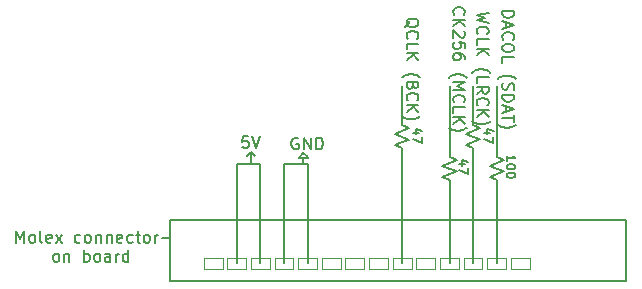
<source format=gbr>
%TF.GenerationSoftware,KiCad,Pcbnew,(6.0.1)*%
%TF.CreationDate,2022-07-04T21:24:21-07:00*%
%TF.ProjectId,mu100-dit-connector-board,6d753130-302d-4646-9974-2d636f6e6e65,rev?*%
%TF.SameCoordinates,Original*%
%TF.FileFunction,Other,Comment*%
%FSLAX46Y46*%
G04 Gerber Fmt 4.6, Leading zero omitted, Abs format (unit mm)*
G04 Created by KiCad (PCBNEW (6.0.1)) date 2022-07-04 21:24:21*
%MOMM*%
%LPD*%
G01*
G04 APERTURE LIST*
%ADD10C,0.150000*%
%ADD11C,0.100000*%
G04 APERTURE END LIST*
D10*
X89740000Y-49490000D02*
X89140000Y-49730000D01*
D11*
X90900000Y-57500000D02*
X92500000Y-57500000D01*
X92500000Y-57500000D02*
X92500000Y-58497500D01*
X92500000Y-58497500D02*
X90900000Y-58497500D01*
X90900000Y-58497500D02*
X90900000Y-57500000D01*
X72900000Y-57497500D02*
X74500000Y-57497500D01*
X74500000Y-57497500D02*
X74500000Y-58495000D01*
X74500000Y-58495000D02*
X72900000Y-58495000D01*
X72900000Y-58495000D02*
X72900000Y-57497500D01*
D10*
X89740000Y-50450000D02*
X89140000Y-50690000D01*
X87130000Y-47020000D02*
X87730000Y-47260000D01*
X81700000Y-57970000D02*
X81700000Y-51460000D01*
D11*
X78900000Y-57497500D02*
X80500000Y-57497500D01*
X80500000Y-57497500D02*
X80500000Y-58495000D01*
X80500000Y-58495000D02*
X78900000Y-58495000D01*
X78900000Y-58495000D02*
X78900000Y-57497500D01*
D10*
X81700000Y-47750000D02*
X81100000Y-47990000D01*
D11*
X74900000Y-57502500D02*
X76500000Y-57502500D01*
X76500000Y-57502500D02*
X76500000Y-58500000D01*
X76500000Y-58500000D02*
X74900000Y-58500000D01*
X74900000Y-58500000D02*
X74900000Y-57502500D01*
D10*
X69680000Y-49540000D02*
X69680000Y-51510000D01*
X62020000Y-55880000D02*
X61410000Y-55880000D01*
X85120000Y-50690000D02*
X85720000Y-50930000D01*
X85720000Y-49490000D02*
X85120000Y-49730000D01*
X87130000Y-47980000D02*
X87730000Y-48220000D01*
X81700000Y-46310000D02*
X81700000Y-45780000D01*
X81100000Y-47030000D02*
X81700000Y-47270000D01*
X87730000Y-48750000D02*
X87730000Y-48220000D01*
X87730000Y-46780000D02*
X88330000Y-46540000D01*
X81700000Y-46790000D02*
X82300000Y-46550000D01*
D11*
X88900000Y-57505000D02*
X90500000Y-57505000D01*
X90500000Y-57505000D02*
X90500000Y-58502500D01*
X90500000Y-58502500D02*
X88900000Y-58502500D01*
X88900000Y-58502500D02*
X88900000Y-57505000D01*
D10*
X87730000Y-47740000D02*
X88330000Y-47500000D01*
X87730000Y-46300000D02*
X87730000Y-45770000D01*
D11*
X70900000Y-57502500D02*
X72500000Y-57502500D01*
X72500000Y-57502500D02*
X72500000Y-58500000D01*
X72500000Y-58500000D02*
X70900000Y-58500000D01*
X70900000Y-58500000D02*
X70900000Y-57502500D01*
D10*
X85720000Y-51460000D02*
X85720000Y-50930000D01*
X81700000Y-51470000D02*
X81700000Y-48760000D01*
D11*
X66900000Y-57500000D02*
X68500000Y-57500000D01*
X68500000Y-57500000D02*
X68500000Y-58497500D01*
X68500000Y-58497500D02*
X66900000Y-58497500D01*
X66900000Y-58497500D02*
X66900000Y-57500000D01*
D10*
X85720000Y-49010000D02*
X85720000Y-48480000D01*
X82300000Y-46550000D02*
X81700000Y-46310000D01*
D11*
X70900000Y-57500000D02*
X72500000Y-57500000D01*
X72500000Y-57500000D02*
X72500000Y-58497500D01*
X72500000Y-58497500D02*
X70900000Y-58497500D01*
X70900000Y-58497500D02*
X70900000Y-57500000D01*
D10*
X88330000Y-46540000D02*
X87730000Y-46300000D01*
X85720000Y-50450000D02*
X85120000Y-50690000D01*
X87730000Y-46780000D02*
X87130000Y-47020000D01*
D11*
X80900000Y-57502500D02*
X82500000Y-57502500D01*
X82500000Y-57502500D02*
X82500000Y-58500000D01*
X82500000Y-58500000D02*
X80900000Y-58500000D01*
X80900000Y-58500000D02*
X80900000Y-57502500D01*
D10*
X89740000Y-51460000D02*
X89740000Y-50930000D01*
D11*
X82900000Y-57500000D02*
X84500000Y-57500000D01*
X84500000Y-57500000D02*
X84500000Y-58497500D01*
X84500000Y-58497500D02*
X82900000Y-58497500D01*
X82900000Y-58497500D02*
X82900000Y-57500000D01*
D10*
X89740000Y-49490000D02*
X90340000Y-49250000D01*
D11*
X82900000Y-57505000D02*
X84500000Y-57505000D01*
X84500000Y-57505000D02*
X84500000Y-58502500D01*
X84500000Y-58502500D02*
X82900000Y-58502500D01*
X82900000Y-58502500D02*
X82900000Y-57505000D01*
X86900000Y-57507500D02*
X88500000Y-57507500D01*
X88500000Y-57507500D02*
X88500000Y-58505000D01*
X88500000Y-58505000D02*
X86900000Y-58505000D01*
X86900000Y-58505000D02*
X86900000Y-57507500D01*
D10*
X88330000Y-47500000D02*
X87730000Y-47260000D01*
D11*
X84900000Y-57502500D02*
X86500000Y-57502500D01*
X86500000Y-57502500D02*
X86500000Y-58500000D01*
X86500000Y-58500000D02*
X84900000Y-58500000D01*
X84900000Y-58500000D02*
X84900000Y-57502500D01*
D10*
X85720000Y-50450000D02*
X86320000Y-50210000D01*
X87730000Y-57970000D02*
X87730000Y-51460000D01*
X69690000Y-57970000D02*
X69690000Y-51460000D01*
X71680000Y-51440000D02*
X71680000Y-49560000D01*
X89740000Y-50450000D02*
X90340000Y-50210000D01*
X85120000Y-49730000D02*
X85720000Y-49970000D01*
X85720000Y-57970000D02*
X85720000Y-51460000D01*
X73725000Y-49050000D02*
X73335000Y-49050000D01*
X89140000Y-49730000D02*
X89740000Y-49970000D01*
X67680000Y-49540000D02*
X67680000Y-51460000D01*
X73340000Y-48640000D02*
X73720000Y-49020000D01*
X73740000Y-49560000D02*
X73740000Y-51520000D01*
X86320000Y-50210000D02*
X85720000Y-49970000D01*
X81700000Y-47750000D02*
X82300000Y-47510000D01*
X81700000Y-46790000D02*
X81100000Y-47030000D01*
X68880000Y-49540000D02*
X69680000Y-49540000D01*
X90340000Y-49250000D02*
X89740000Y-49010000D01*
D11*
X68900000Y-57505000D02*
X70500000Y-57505000D01*
X70500000Y-57505000D02*
X70500000Y-58502500D01*
X70500000Y-58502500D02*
X68900000Y-58502500D01*
X68900000Y-58502500D02*
X68900000Y-57505000D01*
D10*
X68880000Y-49560000D02*
X68880000Y-48540000D01*
X71700000Y-57970000D02*
X71700000Y-51460000D01*
X71680000Y-49560000D02*
X73740000Y-49560000D01*
X81100000Y-47990000D02*
X81700000Y-48230000D01*
X68900000Y-48540000D02*
X69250000Y-48890000D01*
X81700000Y-45780000D02*
X81700000Y-43010000D01*
X81700000Y-48760000D02*
X81700000Y-48230000D01*
X68880000Y-49540000D02*
X67680000Y-49540000D01*
X90340000Y-50210000D02*
X89740000Y-49970000D01*
X89740000Y-57970000D02*
X89740000Y-51460000D01*
X87730000Y-51460000D02*
X87730000Y-48750000D01*
D11*
X64900000Y-57502500D02*
X66500000Y-57502500D01*
X66500000Y-57502500D02*
X66500000Y-58500000D01*
X66500000Y-58500000D02*
X64900000Y-58500000D01*
X64900000Y-58500000D02*
X64900000Y-57502500D01*
D10*
X73330000Y-49550000D02*
X73330000Y-49050000D01*
X89740000Y-49010000D02*
X89740000Y-43000000D01*
D11*
X76900000Y-57500000D02*
X78500000Y-57500000D01*
X78500000Y-57500000D02*
X78500000Y-58497500D01*
X78500000Y-58497500D02*
X76900000Y-58497500D01*
X76900000Y-58497500D02*
X76900000Y-57500000D01*
D10*
X89140000Y-50690000D02*
X89740000Y-50930000D01*
X73330000Y-49050000D02*
X72930000Y-49050000D01*
D11*
X76900000Y-57500000D02*
X78500000Y-57500000D01*
X78500000Y-57500000D02*
X78500000Y-58497500D01*
X78500000Y-58497500D02*
X76900000Y-58497500D01*
X76900000Y-58497500D02*
X76900000Y-57500000D01*
X88900000Y-57502500D02*
X90500000Y-57502500D01*
X90500000Y-57502500D02*
X90500000Y-58500000D01*
X90500000Y-58500000D02*
X88900000Y-58500000D01*
X88900000Y-58500000D02*
X88900000Y-57502500D01*
D10*
X85720000Y-48480000D02*
X85720000Y-43000000D01*
X87730000Y-45770000D02*
X87730000Y-43000000D01*
X87730000Y-47740000D02*
X87130000Y-47980000D01*
X85720000Y-49490000D02*
X86320000Y-49250000D01*
X72930000Y-49050000D02*
X73340000Y-48640000D01*
X73710000Y-57970000D02*
X73710000Y-51460000D01*
X67680000Y-57970000D02*
X67680000Y-51460000D01*
X68900000Y-48540000D02*
X68540000Y-48900000D01*
X82300000Y-47510000D02*
X81700000Y-47270000D01*
X62025000Y-54300000D02*
X100665000Y-54300000D01*
X100665000Y-54300000D02*
X100665000Y-59500000D01*
X100665000Y-59500000D02*
X62025000Y-59500000D01*
X62025000Y-59500000D02*
X62025000Y-54300000D01*
X86320000Y-49250000D02*
X85720000Y-49010000D01*
X68669523Y-47212380D02*
X68193333Y-47212380D01*
X68145714Y-47688571D01*
X68193333Y-47640952D01*
X68288571Y-47593333D01*
X68526666Y-47593333D01*
X68621904Y-47640952D01*
X68669523Y-47688571D01*
X68717142Y-47783809D01*
X68717142Y-48021904D01*
X68669523Y-48117142D01*
X68621904Y-48164761D01*
X68526666Y-48212380D01*
X68288571Y-48212380D01*
X68193333Y-48164761D01*
X68145714Y-48117142D01*
X69002857Y-47212380D02*
X69336190Y-48212380D01*
X69669523Y-47212380D01*
X90540714Y-49310000D02*
X90540714Y-48881428D01*
X90540714Y-49095714D02*
X91290714Y-49095714D01*
X91183571Y-49024285D01*
X91112142Y-48952857D01*
X91076428Y-48881428D01*
X91290714Y-49774285D02*
X91290714Y-49845714D01*
X91255000Y-49917142D01*
X91219285Y-49952857D01*
X91147857Y-49988571D01*
X91005000Y-50024285D01*
X90826428Y-50024285D01*
X90683571Y-49988571D01*
X90612142Y-49952857D01*
X90576428Y-49917142D01*
X90540714Y-49845714D01*
X90540714Y-49774285D01*
X90576428Y-49702857D01*
X90612142Y-49667142D01*
X90683571Y-49631428D01*
X90826428Y-49595714D01*
X91005000Y-49595714D01*
X91147857Y-49631428D01*
X91219285Y-49667142D01*
X91255000Y-49702857D01*
X91290714Y-49774285D01*
X91290714Y-50488571D02*
X91290714Y-50560000D01*
X91255000Y-50631428D01*
X91219285Y-50667142D01*
X91147857Y-50702857D01*
X91005000Y-50738571D01*
X90826428Y-50738571D01*
X90683571Y-50702857D01*
X90612142Y-50667142D01*
X90576428Y-50631428D01*
X90540714Y-50560000D01*
X90540714Y-50488571D01*
X90576428Y-50417142D01*
X90612142Y-50381428D01*
X90683571Y-50345714D01*
X90826428Y-50310000D01*
X91005000Y-50310000D01*
X91147857Y-50345714D01*
X91219285Y-50381428D01*
X91255000Y-50417142D01*
X91290714Y-50488571D01*
X49026666Y-56237380D02*
X49026666Y-55237380D01*
X49360000Y-55951666D01*
X49693333Y-55237380D01*
X49693333Y-56237380D01*
X50312380Y-56237380D02*
X50217142Y-56189761D01*
X50169523Y-56142142D01*
X50121904Y-56046904D01*
X50121904Y-55761190D01*
X50169523Y-55665952D01*
X50217142Y-55618333D01*
X50312380Y-55570714D01*
X50455238Y-55570714D01*
X50550476Y-55618333D01*
X50598095Y-55665952D01*
X50645714Y-55761190D01*
X50645714Y-56046904D01*
X50598095Y-56142142D01*
X50550476Y-56189761D01*
X50455238Y-56237380D01*
X50312380Y-56237380D01*
X51217142Y-56237380D02*
X51121904Y-56189761D01*
X51074285Y-56094523D01*
X51074285Y-55237380D01*
X51979047Y-56189761D02*
X51883809Y-56237380D01*
X51693333Y-56237380D01*
X51598095Y-56189761D01*
X51550476Y-56094523D01*
X51550476Y-55713571D01*
X51598095Y-55618333D01*
X51693333Y-55570714D01*
X51883809Y-55570714D01*
X51979047Y-55618333D01*
X52026666Y-55713571D01*
X52026666Y-55808809D01*
X51550476Y-55904047D01*
X52360000Y-56237380D02*
X52883809Y-55570714D01*
X52360000Y-55570714D02*
X52883809Y-56237380D01*
X54455238Y-56189761D02*
X54360000Y-56237380D01*
X54169523Y-56237380D01*
X54074285Y-56189761D01*
X54026666Y-56142142D01*
X53979047Y-56046904D01*
X53979047Y-55761190D01*
X54026666Y-55665952D01*
X54074285Y-55618333D01*
X54169523Y-55570714D01*
X54360000Y-55570714D01*
X54455238Y-55618333D01*
X55026666Y-56237380D02*
X54931428Y-56189761D01*
X54883809Y-56142142D01*
X54836190Y-56046904D01*
X54836190Y-55761190D01*
X54883809Y-55665952D01*
X54931428Y-55618333D01*
X55026666Y-55570714D01*
X55169523Y-55570714D01*
X55264761Y-55618333D01*
X55312380Y-55665952D01*
X55360000Y-55761190D01*
X55360000Y-56046904D01*
X55312380Y-56142142D01*
X55264761Y-56189761D01*
X55169523Y-56237380D01*
X55026666Y-56237380D01*
X55788571Y-55570714D02*
X55788571Y-56237380D01*
X55788571Y-55665952D02*
X55836190Y-55618333D01*
X55931428Y-55570714D01*
X56074285Y-55570714D01*
X56169523Y-55618333D01*
X56217142Y-55713571D01*
X56217142Y-56237380D01*
X56693333Y-55570714D02*
X56693333Y-56237380D01*
X56693333Y-55665952D02*
X56740952Y-55618333D01*
X56836190Y-55570714D01*
X56979047Y-55570714D01*
X57074285Y-55618333D01*
X57121904Y-55713571D01*
X57121904Y-56237380D01*
X57979047Y-56189761D02*
X57883809Y-56237380D01*
X57693333Y-56237380D01*
X57598095Y-56189761D01*
X57550476Y-56094523D01*
X57550476Y-55713571D01*
X57598095Y-55618333D01*
X57693333Y-55570714D01*
X57883809Y-55570714D01*
X57979047Y-55618333D01*
X58026666Y-55713571D01*
X58026666Y-55808809D01*
X57550476Y-55904047D01*
X58883809Y-56189761D02*
X58788571Y-56237380D01*
X58598095Y-56237380D01*
X58502857Y-56189761D01*
X58455238Y-56142142D01*
X58407619Y-56046904D01*
X58407619Y-55761190D01*
X58455238Y-55665952D01*
X58502857Y-55618333D01*
X58598095Y-55570714D01*
X58788571Y-55570714D01*
X58883809Y-55618333D01*
X59169523Y-55570714D02*
X59550476Y-55570714D01*
X59312380Y-55237380D02*
X59312380Y-56094523D01*
X59360000Y-56189761D01*
X59455238Y-56237380D01*
X59550476Y-56237380D01*
X60026666Y-56237380D02*
X59931428Y-56189761D01*
X59883809Y-56142142D01*
X59836190Y-56046904D01*
X59836190Y-55761190D01*
X59883809Y-55665952D01*
X59931428Y-55618333D01*
X60026666Y-55570714D01*
X60169523Y-55570714D01*
X60264761Y-55618333D01*
X60312380Y-55665952D01*
X60360000Y-55761190D01*
X60360000Y-56046904D01*
X60312380Y-56142142D01*
X60264761Y-56189761D01*
X60169523Y-56237380D01*
X60026666Y-56237380D01*
X60788571Y-56237380D02*
X60788571Y-55570714D01*
X60788571Y-55761190D02*
X60836190Y-55665952D01*
X60883809Y-55618333D01*
X60979047Y-55570714D01*
X61074285Y-55570714D01*
X52336190Y-57847380D02*
X52240952Y-57799761D01*
X52193333Y-57752142D01*
X52145714Y-57656904D01*
X52145714Y-57371190D01*
X52193333Y-57275952D01*
X52240952Y-57228333D01*
X52336190Y-57180714D01*
X52479047Y-57180714D01*
X52574285Y-57228333D01*
X52621904Y-57275952D01*
X52669523Y-57371190D01*
X52669523Y-57656904D01*
X52621904Y-57752142D01*
X52574285Y-57799761D01*
X52479047Y-57847380D01*
X52336190Y-57847380D01*
X53098095Y-57180714D02*
X53098095Y-57847380D01*
X53098095Y-57275952D02*
X53145714Y-57228333D01*
X53240952Y-57180714D01*
X53383809Y-57180714D01*
X53479047Y-57228333D01*
X53526666Y-57323571D01*
X53526666Y-57847380D01*
X54764761Y-57847380D02*
X54764761Y-56847380D01*
X54764761Y-57228333D02*
X54860000Y-57180714D01*
X55050476Y-57180714D01*
X55145714Y-57228333D01*
X55193333Y-57275952D01*
X55240952Y-57371190D01*
X55240952Y-57656904D01*
X55193333Y-57752142D01*
X55145714Y-57799761D01*
X55050476Y-57847380D01*
X54860000Y-57847380D01*
X54764761Y-57799761D01*
X55812380Y-57847380D02*
X55717142Y-57799761D01*
X55669523Y-57752142D01*
X55621904Y-57656904D01*
X55621904Y-57371190D01*
X55669523Y-57275952D01*
X55717142Y-57228333D01*
X55812380Y-57180714D01*
X55955238Y-57180714D01*
X56050476Y-57228333D01*
X56098095Y-57275952D01*
X56145714Y-57371190D01*
X56145714Y-57656904D01*
X56098095Y-57752142D01*
X56050476Y-57799761D01*
X55955238Y-57847380D01*
X55812380Y-57847380D01*
X57002857Y-57847380D02*
X57002857Y-57323571D01*
X56955238Y-57228333D01*
X56860000Y-57180714D01*
X56669523Y-57180714D01*
X56574285Y-57228333D01*
X57002857Y-57799761D02*
X56907619Y-57847380D01*
X56669523Y-57847380D01*
X56574285Y-57799761D01*
X56526666Y-57704523D01*
X56526666Y-57609285D01*
X56574285Y-57514047D01*
X56669523Y-57466428D01*
X56907619Y-57466428D01*
X57002857Y-57418809D01*
X57479047Y-57847380D02*
X57479047Y-57180714D01*
X57479047Y-57371190D02*
X57526666Y-57275952D01*
X57574285Y-57228333D01*
X57669523Y-57180714D01*
X57764761Y-57180714D01*
X58526666Y-57847380D02*
X58526666Y-56847380D01*
X58526666Y-57799761D02*
X58431428Y-57847380D01*
X58240952Y-57847380D01*
X58145714Y-57799761D01*
X58098095Y-57752142D01*
X58050476Y-57656904D01*
X58050476Y-57371190D01*
X58098095Y-57275952D01*
X58145714Y-57228333D01*
X58240952Y-57180714D01*
X58431428Y-57180714D01*
X58526666Y-57228333D01*
X90187619Y-36617619D02*
X91187619Y-36617619D01*
X91187619Y-36855714D01*
X91140000Y-36998571D01*
X91044761Y-37093809D01*
X90949523Y-37141428D01*
X90759047Y-37189047D01*
X90616190Y-37189047D01*
X90425714Y-37141428D01*
X90330476Y-37093809D01*
X90235238Y-36998571D01*
X90187619Y-36855714D01*
X90187619Y-36617619D01*
X90473333Y-37570000D02*
X90473333Y-38046190D01*
X90187619Y-37474761D02*
X91187619Y-37808095D01*
X90187619Y-38141428D01*
X90282857Y-39046190D02*
X90235238Y-38998571D01*
X90187619Y-38855714D01*
X90187619Y-38760476D01*
X90235238Y-38617619D01*
X90330476Y-38522380D01*
X90425714Y-38474761D01*
X90616190Y-38427142D01*
X90759047Y-38427142D01*
X90949523Y-38474761D01*
X91044761Y-38522380D01*
X91140000Y-38617619D01*
X91187619Y-38760476D01*
X91187619Y-38855714D01*
X91140000Y-38998571D01*
X91092380Y-39046190D01*
X91187619Y-39665238D02*
X91187619Y-39855714D01*
X91140000Y-39950952D01*
X91044761Y-40046190D01*
X90854285Y-40093809D01*
X90520952Y-40093809D01*
X90330476Y-40046190D01*
X90235238Y-39950952D01*
X90187619Y-39855714D01*
X90187619Y-39665238D01*
X90235238Y-39570000D01*
X90330476Y-39474761D01*
X90520952Y-39427142D01*
X90854285Y-39427142D01*
X91044761Y-39474761D01*
X91140000Y-39570000D01*
X91187619Y-39665238D01*
X90187619Y-40998571D02*
X90187619Y-40522380D01*
X91187619Y-40522380D01*
X89806666Y-42379523D02*
X89854285Y-42331904D01*
X89997142Y-42236666D01*
X90092380Y-42189047D01*
X90235238Y-42141428D01*
X90473333Y-42093809D01*
X90663809Y-42093809D01*
X90901904Y-42141428D01*
X91044761Y-42189047D01*
X91140000Y-42236666D01*
X91282857Y-42331904D01*
X91330476Y-42379523D01*
X90235238Y-42712857D02*
X90187619Y-42855714D01*
X90187619Y-43093809D01*
X90235238Y-43189047D01*
X90282857Y-43236666D01*
X90378095Y-43284285D01*
X90473333Y-43284285D01*
X90568571Y-43236666D01*
X90616190Y-43189047D01*
X90663809Y-43093809D01*
X90711428Y-42903333D01*
X90759047Y-42808095D01*
X90806666Y-42760476D01*
X90901904Y-42712857D01*
X90997142Y-42712857D01*
X91092380Y-42760476D01*
X91140000Y-42808095D01*
X91187619Y-42903333D01*
X91187619Y-43141428D01*
X91140000Y-43284285D01*
X90187619Y-43712857D02*
X91187619Y-43712857D01*
X91187619Y-43950952D01*
X91140000Y-44093809D01*
X91044761Y-44189047D01*
X90949523Y-44236666D01*
X90759047Y-44284285D01*
X90616190Y-44284285D01*
X90425714Y-44236666D01*
X90330476Y-44189047D01*
X90235238Y-44093809D01*
X90187619Y-43950952D01*
X90187619Y-43712857D01*
X90473333Y-44665238D02*
X90473333Y-45141428D01*
X90187619Y-44570000D02*
X91187619Y-44903333D01*
X90187619Y-45236666D01*
X91187619Y-45427142D02*
X91187619Y-45998571D01*
X90187619Y-45712857D02*
X91187619Y-45712857D01*
X89806666Y-46236666D02*
X89854285Y-46284285D01*
X89997142Y-46379523D01*
X90092380Y-46427142D01*
X90235238Y-46474761D01*
X90473333Y-46522380D01*
X90663809Y-46522380D01*
X90901904Y-46474761D01*
X91044761Y-46427142D01*
X91140000Y-46379523D01*
X91282857Y-46284285D01*
X91330476Y-46236666D01*
X87020714Y-49595714D02*
X86520714Y-49595714D01*
X87306428Y-49417142D02*
X86770714Y-49238571D01*
X86770714Y-49702857D01*
X87270714Y-49917142D02*
X87270714Y-50417142D01*
X86520714Y-50095714D01*
X72898095Y-47390000D02*
X72802857Y-47342380D01*
X72660000Y-47342380D01*
X72517142Y-47390000D01*
X72421904Y-47485238D01*
X72374285Y-47580476D01*
X72326666Y-47770952D01*
X72326666Y-47913809D01*
X72374285Y-48104285D01*
X72421904Y-48199523D01*
X72517142Y-48294761D01*
X72660000Y-48342380D01*
X72755238Y-48342380D01*
X72898095Y-48294761D01*
X72945714Y-48247142D01*
X72945714Y-47913809D01*
X72755238Y-47913809D01*
X73374285Y-48342380D02*
X73374285Y-47342380D01*
X73945714Y-48342380D01*
X73945714Y-47342380D01*
X74421904Y-48342380D02*
X74421904Y-47342380D01*
X74660000Y-47342380D01*
X74802857Y-47390000D01*
X74898095Y-47485238D01*
X74945714Y-47580476D01*
X74993333Y-47770952D01*
X74993333Y-47913809D01*
X74945714Y-48104285D01*
X74898095Y-48199523D01*
X74802857Y-48294761D01*
X74660000Y-48342380D01*
X74421904Y-48342380D01*
X83130714Y-46945714D02*
X82630714Y-46945714D01*
X83416428Y-46767142D02*
X82880714Y-46588571D01*
X82880714Y-47052857D01*
X83380714Y-47267142D02*
X83380714Y-47767142D01*
X82630714Y-47445714D01*
X81982380Y-37998571D02*
X82030000Y-37903333D01*
X82125238Y-37808095D01*
X82268095Y-37665238D01*
X82315714Y-37570000D01*
X82315714Y-37474761D01*
X82077619Y-37522380D02*
X82125238Y-37427142D01*
X82220476Y-37331904D01*
X82410952Y-37284285D01*
X82744285Y-37284285D01*
X82934761Y-37331904D01*
X83030000Y-37427142D01*
X83077619Y-37522380D01*
X83077619Y-37712857D01*
X83030000Y-37808095D01*
X82934761Y-37903333D01*
X82744285Y-37950952D01*
X82410952Y-37950952D01*
X82220476Y-37903333D01*
X82125238Y-37808095D01*
X82077619Y-37712857D01*
X82077619Y-37522380D01*
X82172857Y-38950952D02*
X82125238Y-38903333D01*
X82077619Y-38760476D01*
X82077619Y-38665238D01*
X82125238Y-38522380D01*
X82220476Y-38427142D01*
X82315714Y-38379523D01*
X82506190Y-38331904D01*
X82649047Y-38331904D01*
X82839523Y-38379523D01*
X82934761Y-38427142D01*
X83030000Y-38522380D01*
X83077619Y-38665238D01*
X83077619Y-38760476D01*
X83030000Y-38903333D01*
X82982380Y-38950952D01*
X82077619Y-39855714D02*
X82077619Y-39379523D01*
X83077619Y-39379523D01*
X82077619Y-40189047D02*
X83077619Y-40189047D01*
X82077619Y-40760476D02*
X82649047Y-40331904D01*
X83077619Y-40760476D02*
X82506190Y-40189047D01*
X81696666Y-42236666D02*
X81744285Y-42189047D01*
X81887142Y-42093809D01*
X81982380Y-42046190D01*
X82125238Y-41998571D01*
X82363333Y-41950952D01*
X82553809Y-41950952D01*
X82791904Y-41998571D01*
X82934761Y-42046190D01*
X83030000Y-42093809D01*
X83172857Y-42189047D01*
X83220476Y-42236666D01*
X82601428Y-42950952D02*
X82553809Y-43093809D01*
X82506190Y-43141428D01*
X82410952Y-43189047D01*
X82268095Y-43189047D01*
X82172857Y-43141428D01*
X82125238Y-43093809D01*
X82077619Y-42998571D01*
X82077619Y-42617619D01*
X83077619Y-42617619D01*
X83077619Y-42950952D01*
X83030000Y-43046190D01*
X82982380Y-43093809D01*
X82887142Y-43141428D01*
X82791904Y-43141428D01*
X82696666Y-43093809D01*
X82649047Y-43046190D01*
X82601428Y-42950952D01*
X82601428Y-42617619D01*
X82172857Y-44189047D02*
X82125238Y-44141428D01*
X82077619Y-43998571D01*
X82077619Y-43903333D01*
X82125238Y-43760476D01*
X82220476Y-43665238D01*
X82315714Y-43617619D01*
X82506190Y-43570000D01*
X82649047Y-43570000D01*
X82839523Y-43617619D01*
X82934761Y-43665238D01*
X83030000Y-43760476D01*
X83077619Y-43903333D01*
X83077619Y-43998571D01*
X83030000Y-44141428D01*
X82982380Y-44189047D01*
X82077619Y-44617619D02*
X83077619Y-44617619D01*
X82077619Y-45189047D02*
X82649047Y-44760476D01*
X83077619Y-45189047D02*
X82506190Y-44617619D01*
X81696666Y-45522380D02*
X81744285Y-45570000D01*
X81887142Y-45665238D01*
X81982380Y-45712857D01*
X82125238Y-45760476D01*
X82363333Y-45808095D01*
X82553809Y-45808095D01*
X82791904Y-45760476D01*
X82934761Y-45712857D01*
X83030000Y-45665238D01*
X83172857Y-45570000D01*
X83220476Y-45522380D01*
X89017619Y-36754285D02*
X88017619Y-36992380D01*
X88731904Y-37182857D01*
X88017619Y-37373333D01*
X89017619Y-37611428D01*
X88112857Y-38563809D02*
X88065238Y-38516190D01*
X88017619Y-38373333D01*
X88017619Y-38278095D01*
X88065238Y-38135238D01*
X88160476Y-38040000D01*
X88255714Y-37992380D01*
X88446190Y-37944761D01*
X88589047Y-37944761D01*
X88779523Y-37992380D01*
X88874761Y-38040000D01*
X88970000Y-38135238D01*
X89017619Y-38278095D01*
X89017619Y-38373333D01*
X88970000Y-38516190D01*
X88922380Y-38563809D01*
X88017619Y-39468571D02*
X88017619Y-38992380D01*
X89017619Y-38992380D01*
X88017619Y-39801904D02*
X89017619Y-39801904D01*
X88017619Y-40373333D02*
X88589047Y-39944761D01*
X89017619Y-40373333D02*
X88446190Y-39801904D01*
X87636666Y-41849523D02*
X87684285Y-41801904D01*
X87827142Y-41706666D01*
X87922380Y-41659047D01*
X88065238Y-41611428D01*
X88303333Y-41563809D01*
X88493809Y-41563809D01*
X88731904Y-41611428D01*
X88874761Y-41659047D01*
X88970000Y-41706666D01*
X89112857Y-41801904D01*
X89160476Y-41849523D01*
X88017619Y-42706666D02*
X88017619Y-42230476D01*
X89017619Y-42230476D01*
X88017619Y-43611428D02*
X88493809Y-43278095D01*
X88017619Y-43040000D02*
X89017619Y-43040000D01*
X89017619Y-43420952D01*
X88970000Y-43516190D01*
X88922380Y-43563809D01*
X88827142Y-43611428D01*
X88684285Y-43611428D01*
X88589047Y-43563809D01*
X88541428Y-43516190D01*
X88493809Y-43420952D01*
X88493809Y-43040000D01*
X88112857Y-44611428D02*
X88065238Y-44563809D01*
X88017619Y-44420952D01*
X88017619Y-44325714D01*
X88065238Y-44182857D01*
X88160476Y-44087619D01*
X88255714Y-44040000D01*
X88446190Y-43992380D01*
X88589047Y-43992380D01*
X88779523Y-44040000D01*
X88874761Y-44087619D01*
X88970000Y-44182857D01*
X89017619Y-44325714D01*
X89017619Y-44420952D01*
X88970000Y-44563809D01*
X88922380Y-44611428D01*
X88017619Y-45040000D02*
X89017619Y-45040000D01*
X88017619Y-45611428D02*
X88589047Y-45182857D01*
X89017619Y-45611428D02*
X88446190Y-45040000D01*
X87636666Y-45944761D02*
X87684285Y-45992380D01*
X87827142Y-46087619D01*
X87922380Y-46135238D01*
X88065238Y-46182857D01*
X88303333Y-46230476D01*
X88493809Y-46230476D01*
X88731904Y-46182857D01*
X88874761Y-46135238D01*
X88970000Y-46087619D01*
X89112857Y-45992380D01*
X89160476Y-45944761D01*
X89160714Y-46935714D02*
X88660714Y-46935714D01*
X89446428Y-46757142D02*
X88910714Y-46578571D01*
X88910714Y-47042857D01*
X89410714Y-47257142D02*
X89410714Y-47757142D01*
X88660714Y-47435714D01*
X86122857Y-36927142D02*
X86075238Y-36879523D01*
X86027619Y-36736666D01*
X86027619Y-36641428D01*
X86075238Y-36498571D01*
X86170476Y-36403333D01*
X86265714Y-36355714D01*
X86456190Y-36308095D01*
X86599047Y-36308095D01*
X86789523Y-36355714D01*
X86884761Y-36403333D01*
X86980000Y-36498571D01*
X87027619Y-36641428D01*
X87027619Y-36736666D01*
X86980000Y-36879523D01*
X86932380Y-36927142D01*
X86027619Y-37355714D02*
X87027619Y-37355714D01*
X86027619Y-37927142D02*
X86599047Y-37498571D01*
X87027619Y-37927142D02*
X86456190Y-37355714D01*
X86932380Y-38308095D02*
X86980000Y-38355714D01*
X87027619Y-38450952D01*
X87027619Y-38689047D01*
X86980000Y-38784285D01*
X86932380Y-38831904D01*
X86837142Y-38879523D01*
X86741904Y-38879523D01*
X86599047Y-38831904D01*
X86027619Y-38260476D01*
X86027619Y-38879523D01*
X87027619Y-39784285D02*
X87027619Y-39308095D01*
X86551428Y-39260476D01*
X86599047Y-39308095D01*
X86646666Y-39403333D01*
X86646666Y-39641428D01*
X86599047Y-39736666D01*
X86551428Y-39784285D01*
X86456190Y-39831904D01*
X86218095Y-39831904D01*
X86122857Y-39784285D01*
X86075238Y-39736666D01*
X86027619Y-39641428D01*
X86027619Y-39403333D01*
X86075238Y-39308095D01*
X86122857Y-39260476D01*
X87027619Y-40689047D02*
X87027619Y-40498571D01*
X86980000Y-40403333D01*
X86932380Y-40355714D01*
X86789523Y-40260476D01*
X86599047Y-40212857D01*
X86218095Y-40212857D01*
X86122857Y-40260476D01*
X86075238Y-40308095D01*
X86027619Y-40403333D01*
X86027619Y-40593809D01*
X86075238Y-40689047D01*
X86122857Y-40736666D01*
X86218095Y-40784285D01*
X86456190Y-40784285D01*
X86551428Y-40736666D01*
X86599047Y-40689047D01*
X86646666Y-40593809D01*
X86646666Y-40403333D01*
X86599047Y-40308095D01*
X86551428Y-40260476D01*
X86456190Y-40212857D01*
X85646666Y-42260476D02*
X85694285Y-42212857D01*
X85837142Y-42117619D01*
X85932380Y-42070000D01*
X86075238Y-42022380D01*
X86313333Y-41974761D01*
X86503809Y-41974761D01*
X86741904Y-42022380D01*
X86884761Y-42070000D01*
X86980000Y-42117619D01*
X87122857Y-42212857D01*
X87170476Y-42260476D01*
X86027619Y-42641428D02*
X87027619Y-42641428D01*
X86313333Y-42974761D01*
X87027619Y-43308095D01*
X86027619Y-43308095D01*
X86122857Y-44355714D02*
X86075238Y-44308095D01*
X86027619Y-44165238D01*
X86027619Y-44070000D01*
X86075238Y-43927142D01*
X86170476Y-43831904D01*
X86265714Y-43784285D01*
X86456190Y-43736666D01*
X86599047Y-43736666D01*
X86789523Y-43784285D01*
X86884761Y-43831904D01*
X86980000Y-43927142D01*
X87027619Y-44070000D01*
X87027619Y-44165238D01*
X86980000Y-44308095D01*
X86932380Y-44355714D01*
X86027619Y-45260476D02*
X86027619Y-44784285D01*
X87027619Y-44784285D01*
X86027619Y-45593809D02*
X87027619Y-45593809D01*
X86027619Y-46165238D02*
X86599047Y-45736666D01*
X87027619Y-46165238D02*
X86456190Y-45593809D01*
X85646666Y-46498571D02*
X85694285Y-46546190D01*
X85837142Y-46641428D01*
X85932380Y-46689047D01*
X86075238Y-46736666D01*
X86313333Y-46784285D01*
X86503809Y-46784285D01*
X86741904Y-46736666D01*
X86884761Y-46689047D01*
X86980000Y-46641428D01*
X87122857Y-46546190D01*
X87170476Y-46498571D01*
M02*

</source>
